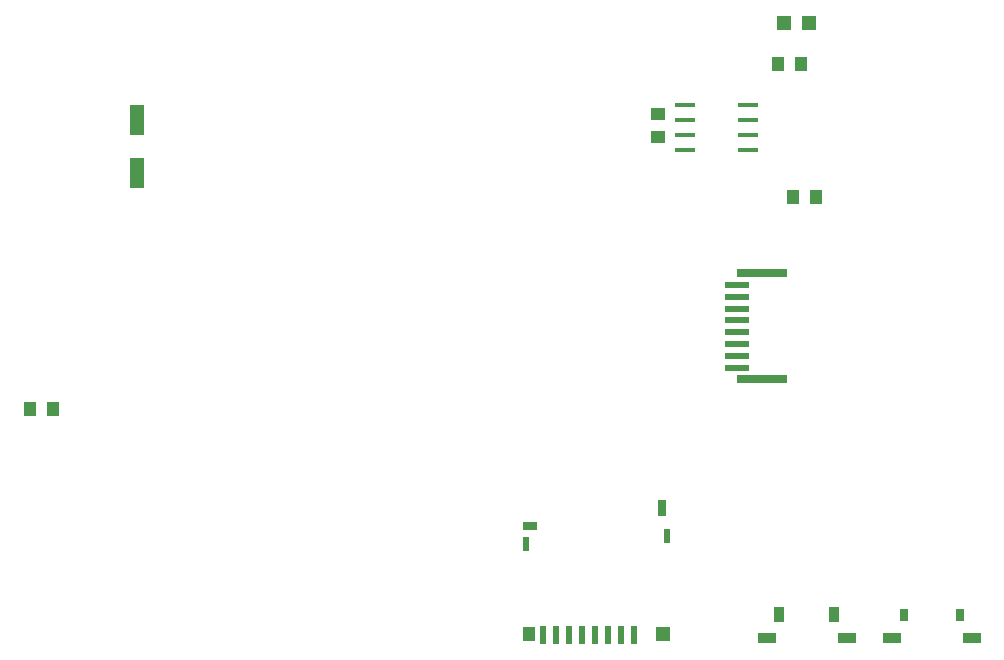
<source format=gtp>
G04 DipTrace 3.3.1.3*
G04 Teensy4RPIlike.gtp*
%MOIN*%
G04 #@! TF.FileFunction,Paste,Top*
G04 #@! TF.Part,Single*
%AMOUTLINE1*
4,1,4,
-0.0175,-0.025,
-0.0175,0.025,
0.0175,0.025,
0.0175,-0.025,
-0.0175,-0.025,
0*%
%AMOUTLINE2*
4,1,4,
0.0285,-0.0155,
-0.0285,-0.0155,
-0.0285,0.0155,
0.0285,0.0155,
0.0285,-0.0155,
0*%
%AMOUTLINE4*
4,1,4,
-0.01356,-0.02106,
-0.01356,0.02106,
0.01356,0.02106,
0.01356,-0.02106,
-0.01356,-0.02106,
0*%
%ADD27R,0.05X0.1*%
%ADD39R,0.07874X0.023622*%
%ADD40R,0.165354X0.027559*%
%ADD44R,0.047244X0.047244*%
%ADD83R,0.07086X0.015742*%
%ADD85R,0.049207X0.03149*%
%ADD87R,0.023616X0.051175*%
%ADD89R,0.023616X0.047238*%
%ADD91R,0.03149X0.053144*%
%ADD93R,0.019679X0.061018*%
%ADD99R,0.051175X0.051175*%
%ADD103R,0.043301X0.051175*%
%ADD105R,0.051175X0.043301*%
%ADD111OUTLINE1*%
%ADD112OUTLINE2*%
%ADD114OUTLINE4*%
%FSLAX26Y26*%
G04*
G70*
G90*
G75*
G01*
G04 TopPaste*
%LPD*%
D27*
X861773Y1999781D3*
Y2174781D3*
D105*
X2599091Y2193511D3*
Y2118708D3*
D103*
X580540Y1212230D3*
X505737D3*
X3124036Y1918540D3*
X3049233D3*
D93*
X2215002Y457985D3*
X2258348D3*
X2301616D3*
X2344949Y457972D3*
X2388256D3*
X2431550D3*
X2474871D3*
X2518151Y457985D3*
D103*
X2167797Y462709D3*
D99*
X2614648D3*
D91*
X2612272Y883365D3*
D89*
X2628401Y787696D3*
D87*
X2157955Y762079D3*
D85*
X2170514Y821134D3*
D39*
X2860889Y1349642D3*
Y1389012D3*
Y1428382D3*
Y1507123D3*
Y1467752D3*
Y1546493D3*
Y1585863D3*
Y1625233D3*
D40*
X2943566Y1310272D3*
Y1664603D3*
D111*
X3000573Y523700D3*
X3185573D3*
D112*
X2960073Y449200D3*
X3226073D3*
D114*
X3417755Y523700D3*
X3602755D3*
D112*
X3377255Y449200D3*
X3643255D3*
D44*
X3017797Y2499729D3*
X3100474D3*
D103*
X3074041Y2362243D3*
X2999238D3*
D83*
X2686582Y2224758D3*
Y2174758D3*
Y2124758D3*
Y2074758D3*
X2899180D3*
Y2124758D3*
Y2174758D3*
Y2224758D3*
M02*

</source>
